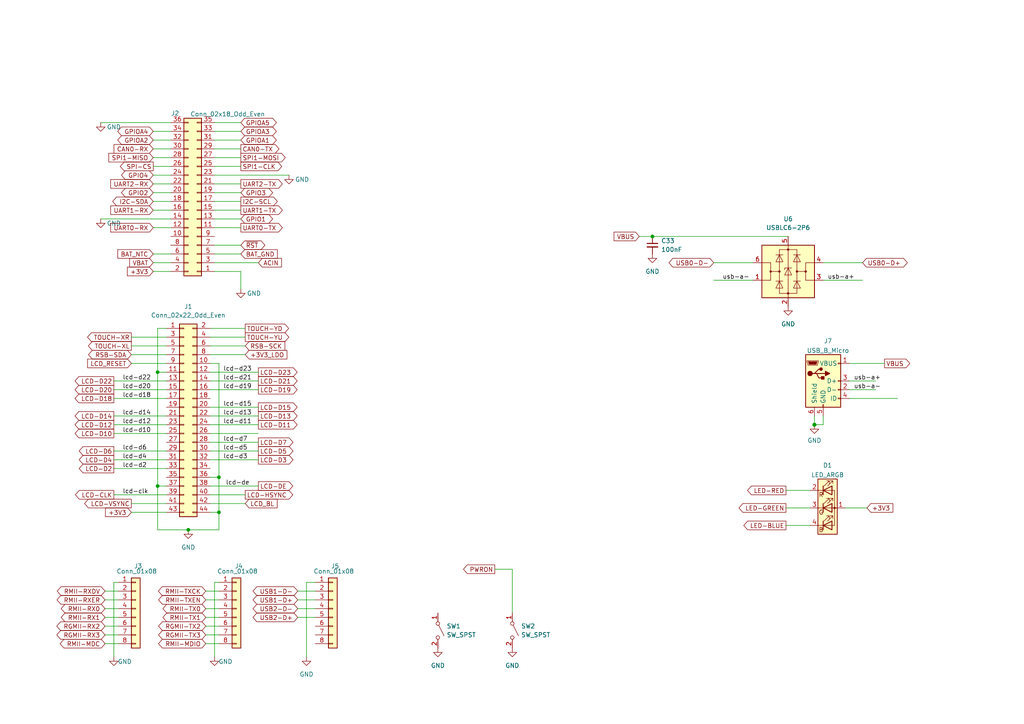
<source format=kicad_sch>
(kicad_sch (version 20250114) (generator "eeschema") (generator_version "9.0")
  (paper "A4")
  (lib_symbols
    (symbol "Connector:USB_B_Micro" (pin_names (offset 1.016))
      (property "Reference" "J" (at -5.08 11.43 0))
      (property "Value" "USB_B_Micro" (at -5.08 8.89 0))
      (symbol "USB_B_Micro_0_1"
        (rectangle (start -5.08 -7.62) (end 5.08 7.62) (stroke (width 0.254)) (fill (type background)))
        (polyline (pts (xy -4.699 5.842) (xy -4.699 5.588) (xy -4.445 4.826) (xy -4.445 4.572) (xy -1.651 4.572) (xy -1.651 4.826) (xy -1.397 5.588) (xy -1.397 5.842) (xy -4.699 5.842)))
        (polyline (pts (xy -4.318 5.588) (xy -1.778 5.588) (xy -2.032 4.826) (xy -4.064 4.826) (xy -4.318 5.588)) (fill (type outline)))
        (circle (center -3.81 2.159) (radius 0.635) (stroke (width 0.254)) (fill (type outline)))
        (polyline (pts (xy -3.175 2.159) (xy -2.54 2.159) (xy -1.27 3.429) (xy -0.635 3.429)) (stroke (width 0.254)))
        (polyline (pts (xy -2.54 2.159) (xy -1.905 2.159) (xy -1.27 0.889) (xy 0 0.889)) (stroke (width 0.254)))
        (polyline (pts (xy -1.905 2.159) (xy 0.635 2.159)) (stroke (width 0.254)))
        (circle (center -0.635 3.429) (radius 0.381) (stroke (width 0.254)) (fill (type outline)))
        (rectangle (start -0.127 -7.62) (end 0.127 -6.858))
        (rectangle (start 0.254 1.27) (end -0.508 0.508) (stroke (width 0.254)) (fill (type outline)))
        (polyline (pts (xy 0.635 2.794) (xy 0.635 1.524) (xy 1.905 2.159) (xy 0.635 2.794)) (stroke (width 0.254)) (fill (type outline)))
        (rectangle (start 5.08 4.953) (end 4.318 5.207))
        (rectangle (start 5.08 -0.127) (end 4.318 0.127))
        (rectangle (start 5.08 -2.667) (end 4.318 -2.413))
        (rectangle (start 5.08 -5.207) (end 4.318 -4.953))
      )
      (symbol "USB_B_Micro_1_1"
        (pin passive line (at -2.54 -10.16 90) (length 2.54) (name "Shield") (number "6"))
        (pin power_out line (at 0 -10.16 90) (length 2.54) (name "GND") (number "5"))
        (pin power_out line (at 7.62 5.08 180) (length 2.54) (name "VBUS") (number "1"))
        (pin bidirectional line (at 7.62 0 180) (length 2.54) (name "D+") (number "3"))
        (pin bidirectional line (at 7.62 -2.54 180) (length 2.54) (name "D-") (number "2"))
        (pin passive line (at 7.62 -5.08 180) (length 2.54) (name "ID") (number "4"))
      )
    )
    (symbol "Connector_Generic:Conn_01x08" (pin_names (offset 1.016) (hide yes))
      (property "Reference" "J" (at 0 10.16 0))
      (property "Value" "Conn_01x08" (at 0 -12.7 0))
      (symbol "Conn_01x08_1_1"
        (rectangle (start -1.27 8.89) (end 1.27 -11.43) (stroke (width 0.254)) (fill (type background)))
        (rectangle (start -1.27 7.747) (end 0 7.493) (stroke (width 0.1524)))
        (rectangle (start -1.27 5.207) (end 0 4.953) (stroke (width 0.1524)))
        (rectangle (start -1.27 2.667) (end 0 2.413) (stroke (width 0.1524)))
        (rectangle (start -1.27 0.127) (end 0 -0.127) (stroke (width 0.1524)))
        (rectangle (start -1.27 -2.413) (end 0 -2.667) (stroke (width 0.1524)))
        (rectangle (start -1.27 -4.953) (end 0 -5.207) (stroke (width 0.1524)))
        (rectangle (start -1.27 -7.493) (end 0 -7.747) (stroke (width 0.1524)))
        (rectangle (start -1.27 -10.033) (end 0 -10.287) (stroke (width 0.1524)))
        (pin passive line (at -5.08 7.62 0) (length 3.81) (name "Pin_1") (number "1"))
        (pin passive line (at -5.08 5.08 0) (length 3.81) (name "Pin_2") (number "2"))
        (pin passive line (at -5.08 2.54 0) (length 3.81) (name "Pin_3") (number "3"))
        (pin passive line (at -5.08 0 0) (length 3.81) (name "Pin_4") (number "4"))
        (pin passive line (at -5.08 -2.54 0) (length 3.81) (name "Pin_5") (number "5"))
        (pin passive line (at -5.08 -5.08 0) (length 3.81) (name "Pin_6") (number "6"))
        (pin passive line (at -5.08 -7.62 0) (length 3.81) (name "Pin_7") (number "7"))
        (pin passive line (at -5.08 -10.16 0) (length 3.81) (name "Pin_8") (number "8"))
      )
    )
    (symbol "Connector_Generic:Conn_02x18_Odd_Even" (pin_names (offset 1.016) (hide yes))
      (property "Reference" "J" (at 1.27 22.86 0))
      (property "Value" "Conn_02x18_Odd_Even" (at 1.27 -25.4 0))
      (symbol "Conn_02x18_Odd_Even_1_1"
        (rectangle (start -1.27 21.59) (end 3.81 -24.13) (stroke (width 0.254)) (fill (type background)))
        (rectangle (start -1.27 20.447) (end 0 20.193) (stroke (width 0.1524)))
        (rectangle (start -1.27 17.907) (end 0 17.653) (stroke (width 0.1524)))
        (rectangle (start -1.27 15.367) (end 0 15.113) (stroke (width 0.1524)))
        (rectangle (start -1.27 12.827) (end 0 12.573) (stroke (width 0.1524)))
        (rectangle (start -1.27 10.287) (end 0 10.033) (stroke (width 0.1524)))
        (rectangle (start -1.27 7.747) (end 0 7.493) (stroke (width 0.1524)))
        (rectangle (start -1.27 5.207) (end 0 4.953) (stroke (width 0.1524)))
        (rectangle (start -1.27 2.667) (end 0 2.413) (stroke (width 0.1524)))
        (rectangle (start -1.27 0.127) (end 0 -0.127) (stroke (width 0.1524)))
        (rectangle (start -1.27 -2.413) (end 0 -2.667) (stroke (width 0.1524)))
        (rectangle (start -1.27 -4.953) (end 0 -5.207) (stroke (width 0.1524)))
        (rectangle (start -1.27 -7.493) (end 0 -7.747) (stroke (width 0.1524)))
        (rectangle (start -1.27 -10.033) (end 0 -10.287) (stroke (width 0.1524)))
        (rectangle (start -1.27 -12.573) (end 0 -12.827) (stroke (width 0.1524)))
        (rectangle (start -1.27 -15.113) (end 0 -15.367) (stroke (width 0.1524)))
        (rectangle (start -1.27 -17.653) (end 0 -17.907) (stroke (width 0.1524)))
        (rectangle (start -1.27 -20.193) (end 0 -20.447) (stroke (width 0.1524)))
        (rectangle (start -1.27 -22.733) (end 0 -22.987) (stroke (width 0.1524)))
        (rectangle (start 3.81 20.447) (end 2.54 20.193) (stroke (width 0.1524)))
        (rectangle (start 3.81 17.907) (end 2.54 17.653) (stroke (width 0.1524)))
        (rectangle (start 3.81 15.367) (end 2.54 15.113) (stroke (width 0.1524)))
        (rectangle (start 3.81 12.827) (end 2.54 12.573) (stroke (width 0.1524)))
        (rectangle (start 3.81 10.287) (end 2.54 10.033) (stroke (width 0.1524)))
        (rectangle (start 3.81 7.747) (end 2.54 7.493) (stroke (width 0.1524)))
        (rectangle (start 3.81 5.207) (end 2.54 4.953) (stroke (width 0.1524)))
        (rectangle (start 3.81 2.667) (end 2.54 2.413) (stroke (width 0.1524)))
        (rectangle (start 3.81 0.127) (end 2.54 -0.127) (stroke (width 0.1524)))
        (rectangle (start 3.81 -2.413) (end 2.54 -2.667) (stroke (width 0.1524)))
        (rectangle (start 3.81 -4.953) (end 2.54 -5.207) (stroke (width 0.1524)))
        (rectangle (start 3.81 -7.493) (end 2.54 -7.747) (stroke (width 0.1524)))
        (rectangle (start 3.81 -10.033) (end 2.54 -10.287) (stroke (width 0.1524)))
        (rectangle (start 3.81 -12.573) (end 2.54 -12.827) (stroke (width 0.1524)))
        (rectangle (start 3.81 -15.113) (end 2.54 -15.367) (stroke (width 0.1524)))
        (rectangle (start 3.81 -17.653) (end 2.54 -17.907) (stroke (width 0.1524)))
        (rectangle (start 3.81 -20.193) (end 2.54 -20.447) (stroke (width 0.1524)))
        (rectangle (start 3.81 -22.733) (end 2.54 -22.987) (stroke (width 0.1524)))
        (pin passive line (at -5.08 20.32 0) (length 3.81) (name "Pin_1") (number "1"))
        (pin passive line (at -5.08 17.78 0) (length 3.81) (name "Pin_3") (number "3"))
        (pin passive line (at -5.08 15.24 0) (length 3.81) (name "Pin_5") (number "5"))
        (pin passive line (at -5.08 12.7 0) (length 3.81) (name "Pin_7") (number "7"))
        (pin passive line (at -5.08 10.16 0) (length 3.81) (name "Pin_9") (number "9"))
        (pin passive line (at -5.08 7.62 0) (length 3.81) (name "Pin_11") (number "11"))
        (pin passive line (at -5.08 5.08 0) (length 3.81) (name "Pin_13") (number "13"))
        (pin passive line (at -5.08 2.54 0) (length 3.81) (name "Pin_15") (number "15"))
        (pin passive line (at -5.08 0 0) (length 3.81) (name "Pin_17") (number "17"))
        (pin passive line (at -5.08 -2.54 0) (length 3.81) (name "Pin_19") (number "19"))
        (pin passive line (at -5.08 -5.08 0) (length 3.81) (name "Pin_21") (number "21"))
        (pin passive line (at -5.08 -7.62 0) (length 3.81) (name "Pin_23") (number "23"))
        (pin passive line (at -5.08 -10.16 0) (length 3.81) (name "Pin_25") (number "25"))
        (pin passive line (at -5.08 -12.7 0) (length 3.81) (name "Pin_27") (number "27"))
        (pin passive line (at -5.08 -15.24 0) (length 3.81) (name "Pin_29") (number "29"))
        (pin passive line (at -5.08 -17.78 0) (length 3.81) (name "Pin_31") (number "31"))
        (pin passive line (at -5.08 -20.32 0) (length 3.81) (name "Pin_33") (number "33"))
        (pin passive line (at -5.08 -22.86 0) (length 3.81) (name "Pin_35") (number "35"))
        (pin passive line (at 7.62 20.32 180) (length 3.81) (name "Pin_2") (number "2"))
        (pin passive line (at 7.62 17.78 180) (length 3.81) (name "Pin_4") (number "4"))
        (pin passive line (at 7.62 15.24 180) (length 3.81) (name "Pin_6") (number "6"))
        (pin passive line (at 7.62 12.7 180) (length 3.81) (name "Pin_8") (number "8"))
        (pin passive line (at 7.62 10.16 180) (length 3.81) (name "Pin_10") (number "10"))
        (pin passive line (at 7.62 7.62 180) (length 3.81) (name "Pin_12") (number "12"))
        (pin passive line (at 7.62 5.08 180) (length 3.81) (name "Pin_14") (number "14"))
        (pin passive line (at 7.62 2.54 180) (length 3.81) (name "Pin_16") (number "16"))
        (pin passive line (at 7.62 0 180) (length 3.81) (name "Pin_18") (number "18"))
        (pin passive line (at 7.62 -2.54 180) (length 3.81) (name "Pin_20") (number "20"))
        (pin passive line (at 7.62 -5.08 180) (length 3.81) (name "Pin_22") (number "22"))
        (pin passive line (at 7.62 -7.62 180) (length 3.81) (name "Pin_24") (number "24"))
        (pin passive line (at 7.62 -10.16 180) (length 3.81) (name "Pin_26") (number "26"))
        (pin passive line (at 7.62 -12.7 180) (length 3.81) (name "Pin_28") (number "28"))
        (pin passive line (at 7.62 -15.24 180) (length 3.81) (name "Pin_30") (number "30"))
        (pin passive line (at 7.62 -17.78 180) (length 3.81) (name "Pin_32") (number "32"))
        (pin passive line (at 7.62 -20.32 180) (length 3.81) (name "Pin_34") (number "34"))
        (pin passive line (at 7.62 -22.86 180) (length 3.81) (name "Pin_36") (number "36"))
      )
    )
    (symbol "Connector_Generic:Conn_02x22_Odd_Even" (pin_names (offset 1.016) (hide yes))
      (property "Reference" "J" (at 1.27 27.94 0))
      (property "Value" "Conn_02x22_Odd_Even" (at 1.27 -30.48 0))
      (symbol "Conn_02x22_Odd_Even_1_1"
        (rectangle (start -1.27 26.67) (end 3.81 -29.21) (stroke (width 0.254)) (fill (type background)))
        (rectangle (start -1.27 25.527) (end 0 25.273) (stroke (width 0.1524)))
        (rectangle (start -1.27 22.987) (end 0 22.733) (stroke (width 0.1524)))
        (rectangle (start -1.27 20.447) (end 0 20.193) (stroke (width 0.1524)))
        (rectangle (start -1.27 17.907) (end 0 17.653) (stroke (width 0.1524)))
        (rectangle (start -1.27 15.367) (end 0 15.113) (stroke (width 0.1524)))
        (rectangle (start -1.27 12.827) (end 0 12.573) (stroke (width 0.1524)))
        (rectangle (start -1.27 10.287) (end 0 10.033) (stroke (width 0.1524)))
        (rectangle (start -1.27 7.747) (end 0 7.493) (stroke (width 0.1524)))
        (rectangle (start -1.27 5.207) (end 0 4.953) (stroke (width 0.1524)))
        (rectangle (start -1.27 2.667) (end 0 2.413) (stroke (width 0.1524)))
        (rectangle (start -1.27 0.127) (end 0 -0.127) (stroke (width 0.1524)))
        (rectangle (start -1.27 -2.413) (end 0 -2.667) (stroke (width 0.1524)))
        (rectangle (start -1.27 -4.953) (end 0 -5.207) (stroke (width 0.1524)))
        (rectangle (start -1.27 -7.493) (end 0 -7.747) (stroke (width 0.1524)))
        (rectangle (start -1.27 -10.033) (end 0 -10.287) (stroke (width 0.1524)))
        (rectangle (start -1.27 -12.573) (end 0 -12.827) (stroke (width 0.1524)))
        (rectangle (start -1.27 -15.113) (end 0 -15.367) (stroke (width 0.1524)))
        (rectangle (start -1.27 -17.653) (end 0 -17.907) (stroke (width 0.1524)))
        (rectangle (start -1.27 -20.193) (end 0 -20.447) (stroke (width 0.1524)))
        (rectangle (start -1.27 -22.733) (end 0 -22.987) (stroke (width 0.1524)))
        (rectangle (start -1.27 -25.273) (end 0 -25.527) (stroke (width 0.1524)))
        (rectangle (start -1.27 -27.813) (end 0 -28.067) (stroke (width 0.1524)))
        (rectangle (start 3.81 25.527) (end 2.54 25.273) (stroke (width 0.1524)))
        (rectangle (start 3.81 22.987) (end 2.54 22.733) (stroke (width 0.1524)))
        (rectangle (start 3.81 20.447) (end 2.54 20.193) (stroke (width 0.1524)))
        (rectangle (start 3.81 17.907) (end 2.54 17.653) (stroke (width 0.1524)))
        (rectangle (start 3.81 15.367) (end 2.54 15.113) (stroke (width 0.1524)))
        (rectangle (start 3.81 12.827) (end 2.54 12.573) (stroke (width 0.1524)))
        (rectangle (start 3.81 10.287) (end 2.54 10.033) (stroke (width 0.1524)))
        (rectangle (start 3.81 7.747) (end 2.54 7.493) (stroke (width 0.1524)))
        (rectangle (start 3.81 5.207) (end 2.54 4.953) (stroke (width 0.1524)))
        (rectangle (start 3.81 2.667) (end 2.54 2.413) (stroke (width 0.1524)))
        (rectangle (start 3.81 0.127) (end 2.54 -0.127) (stroke (width 0.1524)))
        (rectangle (start 3.81 -2.413) (end 2.54 -2.667) (stroke (width 0.1524)))
        (rectangle (start 3.81 -4.953) (end 2.54 -5.207) (stroke (width 0.1524)))
        (rectangle (start 3.81 -7.493) (end 2.54 -7.747) (stroke (width 0.1524)))
        (rectangle (start 3.81 -10.033) (end 2.54 -10.287) (stroke (width 0.1524)))
        (rectangle (start 3.81 -12.573) (end 2.54 -12.827) (stroke (width 0.1524)))
        (rectangle (start 3.81 -15.113) (end 2.54 -15.367) (stroke (width 0.1524)))
        (rectangle (start 3.81 -17.653) (end 2.54 -17.907) (stroke (width 0.1524)))
        (rectangle (start 3.81 -20.193) (end 2.54 -20.447) (stroke (width 0.1524)))
        (rectangle (start 3.81 -22.733) (end 2.54 -22.987) (stroke (width 0.1524)))
        (rectangle (start 3.81 -25.273) (end 2.54 -25.527) (stroke (width 0.1524)))
        (rectangle (start 3.81 -27.813) (end 2.54 -28.067) (stroke (width 0.1524)))
        (pin passive line (at -5.08 25.4 0) (length 3.81) (name "Pin_1") (number "1"))
        (pin passive line (at -5.08 22.86 0) (length 3.81) (name "Pin_3") (number "3"))
        (pin passive line (at -5.08 20.32 0) (length 3.81) (name "Pin_5") (number "5"))
        (pin passive line (at -5.08 17.78 0) (length 3.81) (name "Pin_7") (number "7"))
        (pin passive line (at -5.08 15.24 0) (length 3.81) (name "Pin_9") (number "9"))
        (pin passive line (at -5.08 12.7 0) (length 3.81) (name "Pin_11") (number "11"))
        (pin passive line (at -5.08 10.16 0) (length 3.81) (name "Pin_13") (number "13"))
        (pin passive line (at -5.08 7.62 0) (length 3.81) (name "Pin_15") (number "15"))
        (pin passive line (at -5.08 5.08 0) (length 3.81) (name "Pin_17") (number "17"))
        (pin passive line (at -5.08 2.54 0) (length 3.81) (name "Pin_19") (number "19"))
        (pin passive line (at -5.08 0 0) (length 3.81) (name "Pin_21") (number "21"))
        (pin passive line (at -5.08 -2.54 0) (length 3.81) (name "Pin_23") (number "23"))
        (pin passive line (at -5.08 -5.08 0) (length 3.81) (name "Pin_25") (number "25"))
        (pin passive line (at -5.08 -7.62 0) (length 3.81) (name "Pin_27") (number "27"))
        (pin passive line (at -5.08 -10.16 0) (length 3.81) (name "Pin_29") (number "29"))
        (pin passive line (at -5.08 -12.7 0) (length 3.81) (name "Pin_31") (number "31"))
        (pin passive line (at -5.08 -15.24 0) (length 3.81) (name "Pin_33") (number "33"))
        (pin passive line (at -5.08 -17.78 0) (length 3.81) (name "Pin_35") (number "35"))
        (pin passive line (at -5.08 -20.32 0) (length 3.81) (name "Pin_37") (number "37"))
        (pin passive line (at -5.08 -22.86 0) (length 3.81) (name "Pin_39") (number "39"))
        (pin passive line (at -5.08 -25.4 0) (length 3.81) (name "Pin_41") (number "41"))
        (pin passive line (at -5.08 -27.94 0) (length 3.81) (name "Pin_43") (number "43"))
        (pin passive line (at 7.62 25.4 180) (length 3.81) (name "Pin_2") (number "2"))
        (pin passive line (at 7.62 22.86 180) (length 3.81) (name "Pin_4") (number "4"))
        (pin passive line (at 7.62 20.32 180) (length 3.81) (name "Pin_6") (number "6"))
        (pin passive line (at 7.62 17.78 180) (length 3.81) (name "Pin_8") (number "8"))
        (pin passive line (at 7.62 15.24 180) (length 3.81) (name "Pin_10") (number "10"))
        (pin passive line (at 7.62 12.7 180) (length 3.81) (name "Pin_12") (number "12"))
        (pin passive line (at 7.62 10.16 180) (length 3.81) (name "Pin_14") (number "14"))
        (pin passive line (at 7.62 7.62 180) (length 3.81) (name "Pin_16") (number "16"))
        (pin passive line (at 7.62 5.08 180) (length 3.81) (name "Pin_18") (number "18"))
        (pin passive line (at 7.62 2.54 180) (length 3.81) (name "Pin_20") (number "20"))
        (pin passive line (at 7.62 0 180) (length 3.81) (name "Pin_22") (number "22"))
        (pin passive line (at 7.62 -2.54 180) (length 3.81) (name "Pin_24") (number "24"))
        (pin passive line (at 7.62 -5.08 180) (length 3.81) (name "Pin_26") (number "26"))
        (pin passive line (at 7.62 -7.62 180) (length 3.81) (name "Pin_28") (number "28"))
        (pin passive line (at 7.62 -10.16 180) (length 3.81) (name "Pin_30") (number "30"))
        (pin passive line (at 7.62 -12.7 180) (length 3.81) (name "Pin_32") (number "32"))
        (pin passive line (at 7.62 -15.24 180) (length 3.81) (name "Pin_34") (number "34"))
        (pin passive line (at 7.62 -17.78 180) (length 3.81) (name "Pin_36") (number "36"))
        (pin passive line (at 7.62 -20.32 180) (length 3.81) (name "Pin_38") (number "38"))
        (pin passive line (at 7.62 -22.86 180) (length 3.81) (name "Pin_40") (number "40"))
        (pin passive line (at 7.62 -25.4 180) (length 3.81) (name "Pin_42") (number "42"))
        (pin passive line (at 7.62 -27.94 180) (length 3.81) (name "Pin_44") (number "44"))
      )
    )
    (symbol "Device:C_Small" (pin_numbers (hide yes)) (pin_names (offset 0.254) (hide yes))
      (property "Reference" "C" (at 0.254 1.778 0))
      (property "Value" "C_Small" (at 0.254 -2.032 0))
      (symbol "C_Small_0_1"
        (polyline (pts (xy -1.524 0.508) (xy 1.524 0.508)) (stroke (width 0.3048)))
        (polyline (pts (xy -1.524 -0.508) (xy 1.524 -0.508)) (stroke (width 0.3302)))
      )
      (symbol "C_Small_1_1"
        (pin passive line (at 0 2.54 270) (length 2.032) (name "~") (number "1"))
        (pin passive line (at 0 -2.54 90) (length 2.032) (name "~") (number "2"))
      )
    )
    (symbol "Device:LED_ARGB" (pin_names (offset 0) (hide yes))
      (property "Reference" "D" (at 0 9.398 0))
      (property "Value" "LED_ARGB" (at 0 -8.89 0))
      (symbol "LED_ARGB_0_0"
        (text "R" (at -1.905 3.81 0) (effects (font (size 1.27 1.27))))
        (text "G" (at -1.905 -1.27 0) (effects (font (size 1.27 1.27))))
        (text "B" (at -1.905 -6.35 0) (effects (font (size 1.27 1.27))))
      )
      (symbol "LED_ARGB_0_1"
        (polyline (pts (xy -1.27 6.35) (xy -1.27 3.81)) (stroke (width 0.254)))
        (polyline (pts (xy -1.27 6.35) (xy -1.27 3.81) (xy -1.27 3.81)))
        (polyline (pts (xy -1.27 5.08) (xy -2.54 5.08)))
        (polyline (pts (xy -1.27 5.08) (xy 1.27 5.08)))
        (polyline (pts (xy -1.27 1.27) (xy -1.27 -1.27)) (stroke (width 0.254)))
        (polyline (pts (xy -1.27 1.27) (xy -1.27 -1.27) (xy -1.27 -1.27)))
        (polyline (pts (xy -1.27 0) (xy -2.54 0)))
        (polyline (pts (xy -1.27 -3.81) (xy -1.27 -6.35)) (stroke (width 0.254)))
        (polyline (pts (xy -1.27 -5.08) (xy -2.54 -5.08)))
        (polyline (pts (xy -1.27 -5.08) (xy 1.27 -5.08)))
        (polyline (pts (xy -1.016 6.35) (xy 0.508 7.874) (xy -0.254 7.874) (xy 0.508 7.874) (xy 0.508 7.112)))
        (polyline (pts (xy -1.016 1.27) (xy 0.508 2.794) (xy -0.254 2.794) (xy 0.508 2.794) (xy 0.508 2.032)))
        (polyline (pts (xy -1.016 -3.81) (xy 0.508 -2.286) (xy -0.254 -2.286) (xy 0.508 -2.286) (xy 0.508 -3.048)))
        (polyline (pts (xy 0 6.35) (xy 1.524 7.874) (xy 0.762 7.874) (xy 1.524 7.874) (xy 1.524 7.112)))
        (polyline (pts (xy 0 1.27) (xy 1.524 2.794) (xy 0.762 2.794) (xy 1.524 2.794) (xy 1.524 2.032)))
        (polyline (pts (xy 0 -3.81) (xy 1.524 -2.286) (xy 0.762 -2.286) (xy 1.524 -2.286) (xy 1.524 -3.048)))
        (polyline (pts (xy 1.27 6.35) (xy 1.27 3.81) (xy -1.27 5.08) (xy 1.27 6.35)) (stroke (width 0.254)))
        (rectangle (start 1.27 6.35) (end 1.27 6.35))
        (rectangle (start 1.27 3.81) (end 1.27 6.35))
        (polyline (pts (xy 1.27 1.27) (xy 1.27 -1.27) (xy -1.27 0) (xy 1.27 1.27)) (stroke (width 0.254)))
        (rectangle (start 1.27 1.27) (end 1.27 1.27))
        (polyline (pts (xy 1.27 0) (xy -1.27 0)))
        (polyline (pts (xy 1.27 0) (xy 2.54 0)))
        (rectangle (start 1.27 -1.27) (end 1.27 1.27))
        (polyline (pts (xy 1.27 -3.81) (xy 1.27 -6.35) (xy -1.27 -5.08) (xy 1.27 -3.81)) (stroke (width 0.254)))
        (polyline (pts (xy 1.27 -5.08) (xy 2.032 -5.08) (xy 2.032 5.08) (xy 1.27 5.08)))
        (circle (center 2.032 0) (radius 0.254) (fill (type outline)))
        (rectangle (start 2.794 8.382) (end -2.794 -7.62) (stroke (width 0.254)) (fill (type background)))
      )
      (symbol "LED_ARGB_1_1"
        (pin passive line (at -5.08 5.08 0) (length 2.54) (name "RK") (number "2"))
        (pin passive line (at -5.08 0 0) (length 2.54) (name "GK") (number "3"))
        (pin passive line (at -5.08 -5.08 0) (length 2.54) (name "BK") (number "4"))
        (pin passive line (at 5.08 0 180) (length 2.54) (name "A") (number "1"))
      )
    )
    (symbol "Power_Protection:USBLC6-2P6" (pin_names (hide yes))
      (property "Reference" "U" (at 2.54 8.89 0))
      (property "Value" "USBLC6-2P6" (at 2.54 -8.89 0))
      (symbol "USBLC6-2P6_0_1"
        (rectangle (start -7.62 -7.62) (end 7.62 7.62) (stroke (width 0.254)) (fill (type background)))
        (polyline (pts (xy -5.08 2.54) (xy -7.62 2.54)))
        (circle (center -5.08 0) (radius 0.254) (fill (type outline)))
        (polyline (pts (xy -5.08 0) (xy -5.08 -2.54)))
        (polyline (pts (xy -5.08 -2.54) (xy -7.62 -2.54)))
        (polyline (pts (xy -3.556 2.794) (xy -1.524 2.794) (xy -2.54 4.826) (xy -3.556 2.794)))
        (polyline (pts (xy -3.556 -4.826) (xy -1.524 -4.826) (xy -2.54 -2.794) (xy -3.556 -4.826)))
        (rectangle (start -2.54 6.35) (end 2.54 -6.35))
        (circle (center -2.54 0) (radius 0.254) (fill (type outline)))
        (polyline (pts (xy -2.54 0) (xy -5.08 0) (xy -5.08 2.54)))
        (polyline (pts (xy -1.524 4.826) (xy -3.556 4.826)))
        (polyline (pts (xy -1.524 -2.794) (xy -3.556 -2.794)))
        (polyline (pts (xy -1.016 -1.016) (xy 1.016 -1.016) (xy 0 1.016) (xy -1.016 -1.016)))
        (circle (center 0 6.35) (radius 0.254) (fill (type outline)))
        (polyline (pts (xy 0 6.35) (xy 0 7.62)))
        (polyline (pts (xy 0 1.27) (xy 0 6.35)))
        (polyline (pts (xy 0 -6.35) (xy 0 1.27)))
        (circle (center 0 -6.35) (radius 0.254) (fill (type outline)))
        (polyline (pts (xy 0 -7.62) (xy 0 -6.35)))
        (polyline (pts (xy 1.016 1.016) (xy 0.762 1.016) (xy -1.016 1.016) (xy -1.016 0.508)))
        (polyline (pts (xy 1.524 4.826) (xy 3.556 4.826)))
        (polyline (pts (xy 1.524 -2.794) (xy 3.556 -2.794)))
        (polyline (pts (xy 2.54 0) (xy 5.08 0) (xy 5.08 2.54)))
        (circle (center 2.54 0) (radius 0.254) (fill (type outline)))
        (polyline (pts (xy 3.556 2.794) (xy 1.524 2.794) (xy 2.54 4.826) (xy 3.556 2.794)))
        (polyline (pts (xy 3.556 -4.826) (xy 1.524 -4.826) (xy 2.54 -2.794) (xy 3.556 -4.826)))
        (polyline (pts (xy 5.08 2.54) (xy 7.62 2.54)))
        (polyline (pts (xy 5.08 0) (xy 5.08 -2.54)))
        (circle (center 5.08 0) (radius 0.254) (fill (type outline)))
        (polyline (pts (xy 5.08 -2.54) (xy 7.62 -2.54)))
      )
      (symbol "USBLC6-2P6_1_1"
        (pin passive line (at -10.16 2.54 0) (length 2.54) (name "I/O1") (number "6"))
        (pin passive line (at -10.16 -2.54 0) (length 2.54) (name "I/O1") (number "1"))
        (pin passive line (at 0 10.16 270) (length 2.54) (name "VBUS") (number "5"))
        (pin passive line (at 0 -10.16 90) (length 2.54) (name "GND") (number "2"))
        (pin passive line (at 10.16 2.54 180) (length 2.54) (name "I/O2") (number "4"))
        (pin passive line (at 10.16 -2.54 180) (length 2.54) (name "I/O2") (number "3"))
      )
    )
    (symbol "Switch:SW_SPST" (pin_names (offset 0) (hide yes))
      (property "Reference" "SW" (at 0 3.175 0))
      (property "Value" "SW_SPST" (at 0 -2.54 0))
      (symbol "SW_SPST_0_0"
        (circle (center -2.032 0) (radius 0.508))
        (polyline (pts (xy -1.524 0.254) (xy 1.524 1.778)))
        (circle (center 2.032 0) (radius 0.508))
      )
      (symbol "SW_SPST_1_1"
        (pin passive line (at -5.08 0 0) (length 2.54) (name "A") (number "1"))
        (pin passive line (at 5.08 0 180) (length 2.54) (name "B") (number "2"))
      )
    )
    (symbol "power:GND" (power) (pin_names (offset 0))
      (property "Value" "GND" (at 0 -3.81 0))
      (symbol "GND_0_1"
        (polyline (pts (xy 0 0) (xy 0 -1.27) (xy 1.27 -1.27) (xy 0 -2.54) (xy -1.27 -1.27) (xy 0 -1.27)))
      )
      (symbol "GND_1_1"
        (pin power_in line (at 0 0 270) (length 0) (hide yes) (name "GND") (number "1"))
      )
    )
  )
  (junction (at 63.5 138.43))
  (junction (at 45.72 107.95))
  (junction (at 63.5 148.59))
  (junction (at 236.22 123.19) (diameter 1.016))
  (junction (at 45.72 140.97))
  (junction (at 54.61 153.67))
  (junction (at 189.23 68.58))
  (wire (pts (xy 246.38 110.49) (xy 254 110.49)))
  (wire (pts (xy 148.59 177.8) (xy 148.59 165.1)))
  (wire (pts (xy 62.23 58.42) (xy 69.85 58.42)))
  (wire (pts (xy 62.23 66.04) (xy 69.85 66.04)))
  (wire (pts (xy 44.45 43.18) (xy 49.53 43.18)))
  (wire (pts (xy 30.48 171.45) (xy 34.29 171.45)))
  (wire (pts (xy 44.45 48.26) (xy 49.53 48.26)))
  (wire (pts (xy 62.23 48.26) (xy 69.85 48.26)))
  (wire (pts (xy 60.96 146.05) (xy 71.12 146.05)))
  (wire (pts (xy 60.96 113.03) (xy 74.93 113.03)))
  (wire (pts (xy 60.96 128.27) (xy 74.93 128.27)))
  (wire (pts (xy 30.48 181.61) (xy 34.29 181.61)))
  (wire (pts (xy 91.44 179.07) (xy 86.36 179.07)))
  (wire (pts (xy 33.02 115.57) (xy 48.26 115.57)))
  (wire (pts (xy 62.23 53.34) (xy 69.85 53.34)))
  (wire (pts (xy 29.21 63.5) (xy 49.53 63.5)))
  (wire (pts (xy 62.23 78.74) (xy 69.85 78.74)))
  (wire (pts (xy 60.96 125.73) (xy 74.93 125.73)))
  (wire (pts (xy 29.21 35.56) (xy 49.53 35.56)))
  (wire (pts (xy 62.23 63.5) (xy 69.85 63.5)))
  (wire (pts (xy 44.45 55.88) (xy 49.53 55.88)))
  (wire (pts (xy 63.5 105.41) (xy 63.5 138.43)))
  (wire (pts (xy 227.965 147.32) (xy 234.95 147.32)))
  (wire (pts (xy 60.96 133.35) (xy 74.93 133.35)))
  (wire (pts (xy 38.1 146.05) (xy 48.26 146.05)))
  (wire (pts (xy 44.45 53.34) (xy 49.53 53.34)))
  (wire (pts (xy 59.69 176.53) (xy 63.5 176.53)))
  (wire (pts (xy 91.44 171.45) (xy 86.36 171.45)))
  (wire (pts (xy 44.45 50.8) (xy 49.53 50.8)))
  (wire (pts (xy 60.96 138.43) (xy 63.5 138.43)))
  (wire (pts (xy 30.48 186.69) (xy 34.29 186.69)))
  (wire (pts (xy 60.96 120.65) (xy 74.93 120.65)))
  (wire (pts (xy 44.45 66.04) (xy 49.53 66.04)))
  (wire (pts (xy 38.1 102.87) (xy 48.26 102.87)))
  (wire (pts (xy 62.23 35.56) (xy 69.85 35.56)))
  (wire (pts (xy 48.26 95.25) (xy 45.72 95.25)))
  (wire (pts (xy 33.02 168.91) (xy 33.02 190.5)))
  (wire (pts (xy 60.96 107.95) (xy 74.93 107.95)))
  (wire (pts (xy 236.22 120.65) (xy 236.22 123.19)))
  (wire (pts (xy 207.01 81.28) (xy 218.44 81.28)))
  (wire (pts (xy 238.76 76.2) (xy 250.19 76.2)))
  (wire (pts (xy 62.23 71.12) (xy 69.85 71.12)))
  (wire (pts (xy 59.69 173.99) (xy 63.5 173.99)))
  (wire (pts (xy 30.48 173.99) (xy 34.29 173.99)))
  (wire (pts (xy 62.23 43.18) (xy 69.85 43.18)))
  (wire (pts (xy 59.69 181.61) (xy 63.5 181.61)))
  (wire (pts (xy 60.96 148.59) (xy 63.5 148.59)))
  (wire (pts (xy 246.38 115.57) (xy 260.35 115.57)))
  (wire (pts (xy 45.72 140.97) (xy 48.26 140.97)))
  (wire (pts (xy 88.9 168.91) (xy 88.9 190.5)))
  (wire (pts (xy 207.01 76.2) (xy 218.44 76.2)))
  (wire (pts (xy 44.45 38.1) (xy 49.53 38.1)))
  (wire (pts (xy 62.23 50.8) (xy 83.82 50.8)))
  (wire (pts (xy 62.23 76.2) (xy 74.93 76.2)))
  (wire (pts (xy 60.96 100.33) (xy 71.12 100.33)))
  (wire (pts (xy 62.23 45.72) (xy 69.85 45.72)))
  (wire (pts (xy 245.11 147.32) (xy 251.46 147.32)))
  (wire (pts (xy 45.72 153.67) (xy 54.61 153.67)))
  (wire (pts (xy 30.48 176.53) (xy 34.29 176.53)))
  (wire (pts (xy 69.85 78.74) (xy 69.85 83.82)))
  (wire (pts (xy 62.23 40.64) (xy 69.85 40.64)))
  (wire (pts (xy 143.51 165.1) (xy 148.59 165.1)))
  (wire (pts (xy 33.02 133.35) (xy 48.26 133.35)))
  (wire (pts (xy 60.96 95.25) (xy 71.12 95.25)))
  (wire (pts (xy 60.96 102.87) (xy 71.12 102.87)))
  (wire (pts (xy 60.96 118.11) (xy 74.93 118.11)))
  (wire (pts (xy 38.1 148.59) (xy 48.26 148.59)))
  (wire (pts (xy 246.38 113.03) (xy 254 113.03)))
  (wire (pts (xy 33.02 120.65) (xy 48.26 120.65)))
  (wire (pts (xy 33.02 113.03) (xy 48.26 113.03)))
  (wire (pts (xy 33.02 130.81) (xy 48.26 130.81)))
  (wire (pts (xy 189.23 68.58) (xy 228.6 68.58)))
  (wire (pts (xy 38.1 97.79) (xy 48.26 97.79)))
  (wire (pts (xy 44.45 40.64) (xy 49.53 40.64)))
  (wire (pts (xy 236.22 123.19) (xy 238.76 123.19)))
  (wire (pts (xy 45.72 140.97) (xy 45.72 153.67)))
  (wire (pts (xy 60.96 110.49) (xy 74.93 110.49)))
  (wire (pts (xy 44.45 60.96) (xy 49.53 60.96)))
  (wire (pts (xy 44.45 78.74) (xy 49.53 78.74)))
  (wire (pts (xy 44.45 45.72) (xy 49.53 45.72)))
  (wire (pts (xy 60.96 140.97) (xy 74.93 140.97)))
  (wire (pts (xy 45.72 95.25) (xy 45.72 107.95)))
  (wire (pts (xy 59.69 171.45) (xy 63.5 171.45)))
  (wire (pts (xy 62.23 60.96) (xy 69.85 60.96)))
  (wire (pts (xy 238.76 123.19) (xy 238.76 120.65)))
  (wire (pts (xy 62.23 168.91) (xy 62.23 190.5)))
  (wire (pts (xy 30.48 179.07) (xy 34.29 179.07)))
  (wire (pts (xy 91.44 168.91) (xy 88.9 168.91)))
  (wire (pts (xy 63.5 148.59) (xy 63.5 153.67)))
  (wire (pts (xy 60.96 97.79) (xy 71.12 97.79)))
  (wire (pts (xy 44.45 58.42) (xy 49.53 58.42)))
  (wire (pts (xy 33.02 135.89) (xy 48.26 135.89)))
  (wire (pts (xy 38.1 100.33) (xy 48.26 100.33)))
  (wire (pts (xy 238.76 81.28) (xy 250.19 81.28)))
  (wire (pts (xy 45.72 107.95) (xy 48.26 107.95)))
  (wire (pts (xy 227.965 152.4) (xy 234.95 152.4)))
  (wire (pts (xy 62.23 38.1) (xy 69.85 38.1)))
  (wire (pts (xy 60.96 130.81) (xy 74.93 130.81)))
  (wire (pts (xy 227.965 142.24) (xy 234.95 142.24)))
  (wire (pts (xy 246.38 105.41) (xy 256.54 105.41)))
  (wire (pts (xy 63.5 138.43) (xy 63.5 148.59)))
  (wire (pts (xy 60.96 105.41) (xy 63.5 105.41)))
  (wire (pts (xy 59.69 186.69) (xy 63.5 186.69)))
  (wire (pts (xy 59.69 184.15) (xy 63.5 184.15)))
  (wire (pts (xy 60.96 143.51) (xy 71.12 143.51)))
  (wire (pts (xy 63.5 153.67) (xy 54.61 153.67)))
  (wire (pts (xy 62.23 73.66) (xy 69.85 73.66)))
  (wire (pts (xy 185.42 68.58) (xy 189.23 68.58)))
  (wire (pts (xy 91.44 176.53) (xy 86.36 176.53)))
  (wire (pts (xy 63.5 168.91) (xy 62.23 168.91)))
  (wire (pts (xy 33.02 143.51) (xy 48.26 143.51)))
  (wire (pts (xy 44.45 73.66) (xy 49.53 73.66)))
  (wire (pts (xy 38.1 105.41) (xy 48.26 105.41)))
  (wire (pts (xy 45.72 107.95) (xy 45.72 140.97)))
  (wire (pts (xy 33.02 110.49) (xy 48.26 110.49)))
  (wire (pts (xy 33.02 125.73) (xy 48.26 125.73)))
  (wire (pts (xy 62.23 55.88) (xy 69.85 55.88)))
  (wire (pts (xy 91.44 173.99) (xy 86.36 173.99)))
  (wire (pts (xy 44.45 76.2) (xy 49.53 76.2)))
  (wire (pts (xy 30.48 184.15) (xy 34.29 184.15)))
  (wire (pts (xy 33.02 123.19) (xy 48.26 123.19)))
  (wire (pts (xy 34.29 168.91) (xy 33.02 168.91)))
  (wire (pts (xy 60.96 123.19) (xy 74.93 123.19)))
  (wire (pts (xy 59.69 179.07) (xy 63.5 179.07)))
  (label "lcd-de" (at 72.39 140.97 180))
  (label "lcd-d7" (at 64.77 128.27 0))
  (label "lcd-d22" (at 35.56 110.49 0))
  (label "lcd-d3" (at 64.77 133.35 0))
  (label "lcd-d19" (at 64.77 113.03 0))
  (label "lcd-d21" (at 64.77 110.49 0))
  (label "usb-a-" (at 209.55 81.28 0))
  (label "lcd-clk" (at 35.56 143.51 0))
  (label "lcd-d12" (at 35.56 123.19 0))
  (label "lcd-d18" (at 35.56 115.57 0))
  (label "usb-a+" (at 247.65 110.49 0))
  (label "lcd-d2" (at 35.56 135.89 0))
  (label "lcd-d5" (at 64.77 130.81 0))
  (label "lcd-d14" (at 35.56 120.65 0))
  (label "lcd-d15" (at 64.77 118.11 0))
  (label "lcd-d20" (at 35.56 113.03 0))
  (label "usb-a-" (at 247.65 113.03 0))
  (label "lcd-d4" (at 35.56 133.35 0))
  (label "lcd-d13" (at 64.77 120.65 0))
  (label "lcd-d11" (at 64.77 123.19 0))
  (label "lcd-d6" (at 35.56 130.81 0))
  (label "lcd-d23" (at 64.77 107.95 0))
  (label "usb-a+" (at 240.03 81.28 0))
  (label "lcd-d10" (at 35.56 125.73 0))
  (global_label "VBAT" (shape input) (at 44.45 76.2 180) (property "Intersheetrefs" "${INTERSHEET_REFS}" (effects (hide yes))))
  (global_label "LCD-D19" (shape output) (at 74.93 113.03 0) (property "Intersheetrefs" "${INTERSHEET_REFS}" (effects (hide yes))))
  (global_label "LCD-D15" (shape output) (at 74.93 118.11 0) (property "Intersheetrefs" "${INTERSHEET_REFS}" (effects (hide yes))))
  (global_label "TOUCH-XR" (shape output) (at 38.1 97.79 180) (property "Intersheetrefs" "${INTERSHEET_REFS}" (effects (hide yes))))
  (global_label "LED-GREEN" (shape output) (at 227.965 147.32 180) (property "Intersheetrefs" "${INTERSHEET_REFS}" (effects (hide yes))))
  (global_label "USB0-D+" (shape bidirectional) (at 250.19 76.2 0) (property "Intersheetrefs" "${INTERSHEET_REFS}" (effects (hide yes))))
  (global_label "RMII-RXER" (shape bidirectional) (at 30.48 173.99 180) (property "Intersheetrefs" "${INTERSHEET_REFS}" (effects (hide yes))))
  (global_label "GPIO1" (shape bidirectional) (at 69.85 63.5 0) (property "Intersheetrefs" "${INTERSHEET_REFS}" (effects (hide yes))))
  (global_label "CAN0-RX" (shape input) (at 44.45 43.18 180) (property "Intersheetrefs" "${INTERSHEET_REFS}" (effects (hide yes))))
  (global_label "SPI1-MOSI" (shape output) (at 69.85 45.72 0) (property "Intersheetrefs" "${INTERSHEET_REFS}" (effects (hide yes))))
  (global_label "BAT_NTC" (shape input) (at 44.45 73.66 180) (property "Intersheetrefs" "${INTERSHEET_REFS}" (effects (hide yes))))
  (global_label "LCD-D5" (shape output) (at 74.93 130.81 0) (property "Intersheetrefs" "${INTERSHEET_REFS}" (effects (hide yes))))
  (global_label "UART0-RX" (shape input) (at 44.45 66.04 180) (property "Intersheetrefs" "${INTERSHEET_REFS}" (effects (hide yes))))
  (global_label "RMII-RX1" (shape bidirectional) (at 30.48 179.07 180) (property "Intersheetrefs" "${INTERSHEET_REFS}" (effects (hide yes))))
  (global_label "LCD-D23" (shape output) (at 74.93 107.95 0) (property "Intersheetrefs" "${INTERSHEET_REFS}" (effects (hide yes))))
  (global_label "SPI-CS" (shape output) (at 44.45 48.26 180) (property "Intersheetrefs" "${INTERSHEET_REFS}" (effects (hide yes))))
  (global_label "BAT_GND" (shape input) (at 69.85 73.66 0) (property "Intersheetrefs" "${INTERSHEET_REFS}" (effects (hide yes))))
  (global_label "RSB-SDA" (shape bidirectional) (at 38.1 102.87 180) (property "Intersheetrefs" "${INTERSHEET_REFS}" (effects (hide yes))))
  (global_label "TOUCH-YU" (shape output) (at 71.12 97.79 0) (property "Intersheetrefs" "${INTERSHEET_REFS}" (effects (hide yes))))
  (global_label "UART1-RX" (shape input) (at 44.45 60.96 180) (property "Intersheetrefs" "${INTERSHEET_REFS}" (effects (hide yes))))
  (global_label "LCD-VSYNC" (shape output) (at 38.1 146.05 180) (property "Intersheetrefs" "${INTERSHEET_REFS}" (effects (hide yes))))
  (global_label "LCD-HSYNC" (shape output) (at 71.12 143.51 0) (property "Intersheetrefs" "${INTERSHEET_REFS}" (effects (hide yes))))
  (global_label "I2C-SDA" (shape bidirectional) (at 44.45 58.42 180) (property "Intersheetrefs" "${INTERSHEET_REFS}" (effects (hide yes))))
  (global_label "UART1-TX" (shape output) (at 69.85 60.96 0) (property "Intersheetrefs" "${INTERSHEET_REFS}" (effects (hide yes))))
  (global_label "LCD-DE" (shape output) (at 74.93 140.97 0) (property "Intersheetrefs" "${INTERSHEET_REFS}" (effects (hide yes))))
  (global_label "LCD-D3" (shape output) (at 74.93 133.35 0) (property "Intersheetrefs" "${INTERSHEET_REFS}" (effects (hide yes))))
  (global_label "LCD-D13" (shape output) (at 74.93 120.65 0) (property "Intersheetrefs" "${INTERSHEET_REFS}" (effects (hide yes))))
  (global_label "LED-RED" (shape output) (at 227.965 142.24 180) (property "Intersheetrefs" "${INTERSHEET_REFS}" (effects (hide yes))))
  (global_label "SPI1-CLK" (shape output) (at 69.85 48.26 0) (property "Intersheetrefs" "${INTERSHEET_REFS}" (effects (hide yes))))
  (global_label "LCD-D2" (shape output) (at 33.02 135.89 180) (property "Intersheetrefs" "${INTERSHEET_REFS}" (effects (hide yes))))
  (global_label "GPIOA3" (shape bidirectional) (at 69.85 38.1 0) (property "Intersheetrefs" "${INTERSHEET_REFS}" (effects (hide yes))))
  (global_label "USB2-D-" (shape bidirectional) (at 86.36 176.53 180) (property "Intersheetrefs" "${INTERSHEET_REFS}" (effects (hide yes))))
  (global_label "UART2-RX" (shape input) (at 44.45 53.34 180) (property "Intersheetrefs" "${INTERSHEET_REFS}" (effects (hide yes))))
  (global_label "TOUCH-XL" (shape output) (at 38.1 100.33 180) (property "Intersheetrefs" "${INTERSHEET_REFS}" (effects (hide yes))))
  (global_label "+3V3" (shape input) (at 38.1 148.59 180) (property "Intersheetrefs" "${INTERSHEET_REFS}" (effects (hide yes))))
  (global_label "LCD-D12" (shape output) (at 33.02 123.19 180) (property "Intersheetrefs" "${INTERSHEET_REFS}" (effects (hide yes))))
  (global_label "LCD-D14" (shape output) (at 33.02 120.65 180) (property "Intersheetrefs" "${INTERSHEET_REFS}" (effects (hide yes))))
  (global_label "USB1-D-" (shape bidirectional) (at 86.36 171.45 180) (property "Intersheetrefs" "${INTERSHEET_REFS}" (effects (hide yes))))
  (global_label "LCD-D10" (shape output) (at 33.02 125.73 180) (property "Intersheetrefs" "${INTERSHEET_REFS}" (effects (hide yes))))
  (global_label "LCD-D20" (shape output) (at 33.02 113.03 180) (property "Intersheetrefs" "${INTERSHEET_REFS}" (effects (hide yes))))
  (global_label "LCD-D4" (shape output) (at 33.02 133.35 180) (property "Intersheetrefs" "${INTERSHEET_REFS}" (effects (hide yes))))
  (global_label "RMII-RX0" (shape bidirectional) (at 30.48 176.53 180) (property "Intersheetrefs" "${INTERSHEET_REFS}" (effects (hide yes))))
  (global_label "USB0-D-" (shape bidirectional) (at 207.01 76.2 180) (property "Intersheetrefs" "${INTERSHEET_REFS}" (effects (hide yes))))
  (global_label "LCD-D22" (shape output) (at 33.02 110.49 180) (property "Intersheetrefs" "${INTERSHEET_REFS}" (effects (hide yes))))
  (global_label "+3V3" (shape input) (at 44.45 78.74 180) (property "Intersheetrefs" "${INTERSHEET_REFS}" (effects (hide yes))))
  (global_label "RMII-TX1" (shape bidirectional) (at 59.69 179.07 180) (property "Intersheetrefs" "${INTERSHEET_REFS}" (effects (hide yes))))
  (global_label "LCD-D7" (shape output) (at 74.93 128.27 0) (property "Intersheetrefs" "${INTERSHEET_REFS}" (effects (hide yes))))
  (global_label "LCD_RESET" (shape input) (at 38.1 105.41 180) (property "Intersheetrefs" "${INTERSHEET_REFS}" (effects (hide yes))))
  (global_label "RMII-MDIO" (shape bidirectional) (at 59.69 186.69 180) (property "Intersheetrefs" "${INTERSHEET_REFS}" (effects (hide yes))))
  (global_label "RMII-TXCK" (shape bidirectional) (at 59.69 171.45 180) (property "Intersheetrefs" "${INTERSHEET_REFS}" (effects (hide yes))))
  (global_label "USB2-D+" (shape bidirectional) (at 86.36 179.07 180) (property "Intersheetrefs" "${INTERSHEET_REFS}" (effects (hide yes))))
  (global_label "RMII-TX0" (shape bidirectional) (at 59.69 176.53 180) (property "Intersheetrefs" "${INTERSHEET_REFS}" (effects (hide yes))))
  (global_label "UART2-TX" (shape output) (at 69.85 53.34 0) (property "Intersheetrefs" "${INTERSHEET_REFS}" (effects (hide yes))))
  (global_label "RMII-MDC" (shape bidirectional) (at 30.48 186.69 180) (property "Intersheetrefs" "${INTERSHEET_REFS}" (effects (hide yes))))
  (global_label "TOUCH-YD" (shape output) (at 71.12 95.25 0) (property "Intersheetrefs" "${INTERSHEET_REFS}" (effects (hide yes))))
  (global_label "PWRON" (shape output) (at 143.51 165.1 180) (property "Intersheetrefs" "${INTERSHEET_REFS}" (effects (hide yes))))
  (global_label "GPIOA4" (shape bidirectional) (at 44.45 38.1 180) (property "Intersheetrefs" "${INTERSHEET_REFS}" (effects (hide yes))))
  (global_label "+3V3" (shape input) (at 251.46 147.32 0) (property "Intersheetrefs" "${INTERSHEET_REFS}" (effects (hide yes))))
  (global_label "UART0-TX" (shape output) (at 69.85 66.04 0) (property "Intersheetrefs" "${INTERSHEET_REFS}" (effects (hide yes))))
  (global_label "RMII-TXEN" (shape bidirectional) (at 59.69 173.99 180) (property "Intersheetrefs" "${INTERSHEET_REFS}" (effects (hide yes))))
  (global_label "GPIOA2" (shape bidirectional) (at 44.45 40.64 180) (property "Intersheetrefs" "${INTERSHEET_REFS}" (effects (hide yes))))
  (global_label "CAN0-TX" (shape output) (at 69.85 43.18 0) (property "Intersheetrefs" "${INTERSHEET_REFS}" (effects (hide yes))))
  (global_label "USB1-D+" (shape bidirectional) (at 86.36 173.99 180) (property "Intersheetrefs" "${INTERSHEET_REFS}" (effects (hide yes))))
  (global_label "RGMII-RX2" (shape bidirectional) (at 30.48 181.61 180) (property "Intersheetrefs" "${INTERSHEET_REFS}" (effects (hide yes))))
  (global_label "VBUS" (shape input) (at 185.42 68.58 180) (property "Intersheetrefs" "${INTERSHEET_REFS}" (effects (hide yes))))
  (global_label "RGMII-RX3" (shape bidirectional) (at 30.48 184.15 180) (property "Intersheetrefs" "${INTERSHEET_REFS}" (effects (hide yes))))
  (global_label "ACIN" (shape input) (at 74.93 76.2 0) (property "Intersheetrefs" "${INTERSHEET_REFS}" (effects (hide yes))))
  (global_label "SPI1-MISO" (shape input) (at 44.45 45.72 180) (property "Intersheetrefs" "${INTERSHEET_REFS}" (effects (hide yes))))
  (global_label "LCD-D21" (shape output) (at 74.93 110.49 0) (property "Intersheetrefs" "${INTERSHEET_REFS}" (effects (hide yes))))
  (global_label "GPIO4" (shape bidirectional) (at 44.45 50.8 180) (property "Intersheetrefs" "${INTERSHEET_REFS}" (effects (hide yes))))
  (global_label "LCD-D6" (shape output) (at 33.02 130.81 180) (property "Intersheetrefs" "${INTERSHEET_REFS}" (effects (hide yes))))
  (global_label "LCD-D11" (shape output) (at 74.93 123.19 0) (property "Intersheetrefs" "${INTERSHEET_REFS}" (effects (hide yes))))
  (global_label "VBUS" (shape output) (at 256.54 105.41 0) (property "Intersheetrefs" "${INTERSHEET_REFS}" (effects (hide yes))))
  (global_label "RGMII-TX3" (shape bidirectional) (at 59.69 184.15 180) (property "Intersheetrefs" "${INTERSHEET_REFS}" (effects (hide yes))))
  (global_label "LCD_BL" (shape input) (at 71.12 146.05 0) (property "Intersheetrefs" "${INTERSHEET_REFS}" (effects (hide yes))))
  (global_label "RGMII-TX2" (shape bidirectional) (at 59.69 181.61 180) (property "Intersheetrefs" "${INTERSHEET_REFS}" (effects (hide yes))))
  (global_label "I2C-SCL" (shape output) (at 69.85 58.42 0) (property "Intersheetrefs" "${INTERSHEET_REFS}" (effects (hide yes))))
  (global_label "RSB-SCK" (shape input) (at 71.12 100.33 0) (property "Intersheetrefs" "${INTERSHEET_REFS}" (effects (hide yes))))
  (global_label "LCD-D18" (shape output) (at 33.02 115.57 180) (property "Intersheetrefs" "${INTERSHEET_REFS}" (effects (hide yes))))
  (global_label "RMII-RXDV" (shape bidirectional) (at 30.48 171.45 180) (property "Intersheetrefs" "${INTERSHEET_REFS}" (effects (hide yes))))
  (global_label "~{RST}" (shape bidirectional) (at 69.85 71.12 0) (property "Intersheetrefs" "${INTERSHEET_REFS}" (effects (hide yes))))
  (global_label "GPIOA1" (shape bidirectional) (at 69.85 40.64 0) (property "Intersheetrefs" "${INTERSHEET_REFS}" (effects (hide yes))))
  (global_label "LED-BLUE" (shape output) (at 227.965 152.4 180) (property "Intersheetrefs" "${INTERSHEET_REFS}" (effects (hide yes))))
  (global_label "LCD-CLK" (shape output) (at 33.02 143.51 180) (property "Intersheetrefs" "${INTERSHEET_REFS}" (effects (hide yes))))
  (global_label "GPIOA5" (shape bidirectional) (at 69.85 35.56 0) (property "Intersheetrefs" "${INTERSHEET_REFS}" (effects (hide yes))))
  (global_label "+3V3_LDO" (shape input) (at 71.12 102.87 0) (property "Intersheetrefs" "${INTERSHEET_REFS}" (effects (hide yes))))
  (global_label "GPIO3" (shape bidirectional) (at 69.85 55.88 0) (property "Intersheetrefs" "${INTERSHEET_REFS}" (effects (hide yes))))
  (global_label "GPIO2" (shape bidirectional) (at 44.45 55.88 180) (property "Intersheetrefs" "${INTERSHEET_REFS}" (effects (hide yes))))
  (symbol (lib_id "power:GND") (at 29.21 35.56 0) (unit 1)
    (property "Reference" "#PWR09" (effects (hide yes)))
    (property "Value" "GND" (at 33.02 36.83 0))
  )
  (symbol (lib_id "power:GND") (at 69.85 83.82 0) (unit 1)
    (property "Reference" "#PWR012" (effects (hide yes)))
    (property "Value" "GND" (at 73.66 85.09 0))
  )
  (symbol (lib_id "power:GND") (at 236.22 123.19 0) (unit 1)
    (property "Reference" "#PWR020" (effects (hide yes)))
    (property "Value" "GND" (at 236.22 127.7526 0))
  )
  (symbol (lib_id "Device:LED_ARGB") (at 240.03 147.32 0) (unit 1)
    (property "Reference" "D1" (at 240.03 134.9714 0))
    (property "Value" "LED_ARGB" (at 240.03 137.7465 0))
    (property "Footprint" "led:rgb-1204" (effects (hide yes)))
  )
  (symbol (lib_id "power:GND") (at 127 187.96 0) (mirror y) (unit 1)
    (property "Reference" "#PWR017" (effects (hide yes)))
    (property "Value" "GND" (at 127 193.04 0))
  )
  (symbol (lib_id "power:GND") (at 62.23 190.5 0) (unit 1)
    (property "Reference" "#PWR015" (effects (hide yes)))
    (property "Value" "GND" (at 65.405 191.8876 0))
  )
  (symbol (lib_id "power:GND") (at 88.9 190.5 0) (mirror y) (unit 1)
    (property "Reference" "#PWR016" (effects (hide yes)))
    (property "Value" "GND" (at 88.9 195.58 0))
  )
  (symbol (lib_id "power:GND") (at 228.6 88.9 0) (unit 1)
    (property "Reference" "#PWR0139" (effects (hide yes)))
    (property "Value" "GND" (at 228.6 93.98 0))
  )
  (symbol (lib_id "Power_Protection:USBLC6-2P6") (at 228.6 78.74 0) (unit 1)
    (property "Reference" "U6" (at 228.6 63.5 0))
    (property "Value" "USBLC6-2P6" (at 228.6 66.04 0))
    (property "Footprint" "Package_TO_SOT_SMD:SOT-23-6" (effects (hide yes)))
    (property "Datasheet" "https://www.st.com/resource/en/datasheet/usblc6-2.pdf" (effects (hide yes)))
  )
  (symbol (lib_id "power:GND") (at 189.23 73.66 0) (unit 1)
    (property "Reference" "#PWR0138" (effects (hide yes)))
    (property "Value" "GND" (at 189.23 78.74 0))
  )
  (symbol (lib_id "power:GND") (at 54.61 153.67 0) (unit 1)
    (property "Reference" "#PWR011" (effects (hide yes)))
    (property "Value" "GND" (at 54.61 158.75 0))
  )
  (symbol (lib_id "Switch:SW_SPST") (at 127 182.88 270) (unit 1)
    (property "Reference" "SW1" (at 129.54 181.6099 90) (effects (justify left)))
    (property "Value" "SW_SPST" (at 129.54 184.1499 90) (effects (justify left)))
    (property "Footprint" "Button_Switch_SMD:SW_SPST_EVQP7C" (effects (hide yes)))
  )
  (symbol (lib_id "power:GND") (at 33.02 190.5 0) (unit 1)
    (property "Reference" "#PWR014" (effects (hide yes)))
    (property "Value" "GND" (at 36.195 191.8876 0))
  )
  (symbol (lib_id "Connector_Generic:Conn_02x22_Odd_Even") (at 53.34 120.65 0) (unit 1)
    (property "Reference" "J1" (at 54.61 88.9 0))
    (property "Value" "Conn_02x22_Odd_Even" (at 54.61 91.44 0))
    (property "Footprint" "Connector_PinHeader_1.27mm:PinHeader_2x22_P1.27mm_Vertical" (effects (hide yes)))
  )
  (symbol (lib_id "Connector:USB_B_Micro") (at 238.76 110.49 0) (unit 1)
    (property "Reference" "J7" (at 240.157 98.9034 0))
    (property "Value" "USB_B_Micro" (at 240.157 101.6785 0))
    (property "Footprint" "Connector_USB:USB_Micro-B_Amphenol_10103594-0001LF_Horizontal" (effects (hide yes)))
  )
  (symbol (lib_id "power:GND") (at 83.82 50.8 0) (unit 1)
    (property "Reference" "#PWR013" (effects (hide yes)))
    (property "Value" "GND" (at 87.63 52.07 0))
  )
  (symbol (lib_id "Connector_Generic:Conn_01x08") (at 68.58 176.53 0) (unit 1)
    (property "Reference" "J4" (at 68.0721 164.1915 0) (effects (justify left)))
    (property "Value" "Conn_01x08" (at 62.9921 165.6966 0) (effects (justify left)))
    (property "Footprint" "Connector_PinHeader_1.27mm:PinHeader_2x04_P1.27mm_Vertical" (effects (hide yes)))
  )
  (symbol (lib_id "Connector_Generic:Conn_01x08") (at 96.52 176.53 0) (unit 1)
    (property "Reference" "J5" (at 96.0121 164.1915 0) (effects (justify left)))
    (property "Value" "Conn_01x08" (at 90.9321 165.6966 0) (effects (justify left)))
    (property "Footprint" "Connector_PinHeader_1.27mm:PinHeader_2x04_P1.27mm_Vertical" (effects (hide yes)))
  )
  (symbol (lib_id "Device:C_Small") (at 189.23 71.12 0) (unit 1)
    (property "Reference" "C33" (at 191.77 69.8499 0) (effects (justify left)))
    (property "Value" "100nF" (at 191.77 72.3899 0) (effects (justify left)))
    (property "Footprint" "Capacitor_SMD:C_0402_1005Metric" (effects (hide yes)))
  )
  (symbol (lib_id "Switch:SW_SPST") (at 148.59 182.88 270) (unit 1)
    (property "Reference" "SW2" (at 151.13 181.6099 90) (effects (justify left)))
    (property "Value" "SW_SPST" (at 151.13 184.1499 90) (effects (justify left)))
    (property "Footprint" "Button_Switch_SMD:SW_SPST_EVQP7C" (effects (hide yes)))
  )
  (symbol (lib_id "power:GND") (at 148.59 187.96 0) (mirror y) (unit 1)
    (property "Reference" "#PWR018" (effects (hide yes)))
    (property "Value" "GND" (at 148.59 193.04 0))
  )
  (symbol (lib_id "Connector_Generic:Conn_02x18_Odd_Even") (at 57.15 58.42 180) (unit 1)
    (property "Reference" "J2" (at 50.8 32.8634 0))
    (property "Value" "Conn_02x18_Odd_Even" (at 66.04 33.0985 0))
    (property "Footprint" "Connector_PinHeader_2.54mm:PinHeader_2x18_P2.54mm_Vertical" (effects (hide yes)))
  )
  (symbol (lib_id "Connector_Generic:Conn_01x08") (at 39.37 176.53 0) (unit 1)
    (property "Reference" "J3" (at 38.8621 164.1915 0) (effects (justify left)))
    (property "Value" "Conn_01x08" (at 33.7821 165.6966 0) (effects (justify left)))
    (property "Footprint" "Connector_PinHeader_1.27mm:PinHeader_2x04_P1.27mm_Vertical" (effects (hide yes)))
  )
  (symbol (lib_id "power:GND") (at 29.21 63.5 0) (unit 1)
    (property "Reference" "#PWR010" (effects (hide yes)))
    (property "Value" "GND" (at 33.02 64.77 0))
  )
)
</source>
